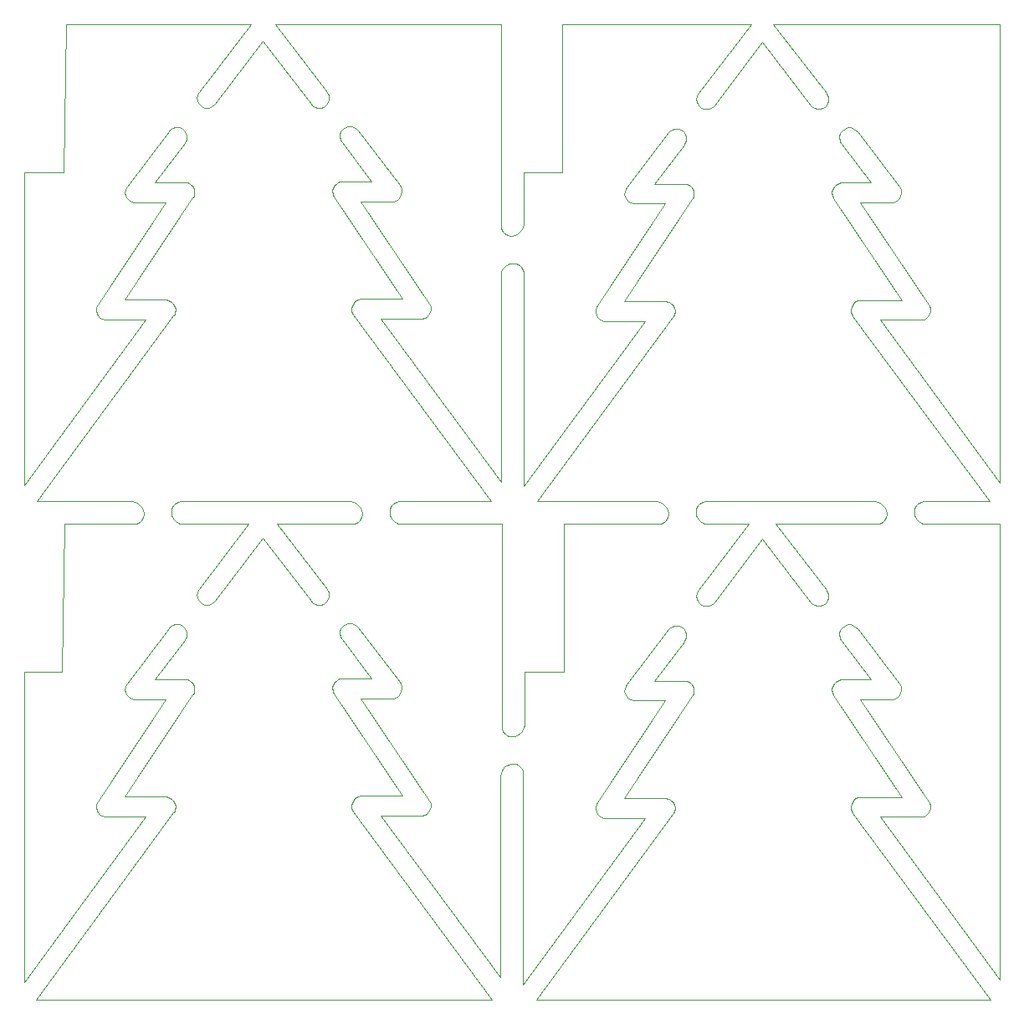
<source format=gko>
%FSTAX23Y23*%
%MOIN*%
%SFA1B1*%

%IPPOS*%
%ADD34C,0.000010*%
%LNpcb_panel_v3-1*%
%LPD*%
G54D34*
X02296Y04474D02*
X02308Y0447D01*
X02318Y04463*
X02322Y04458*
X02489Y04239*
X02492Y04234*
X02496Y04224*
X02497Y04213*
X02495Y04202D02*
X02497Y04213D01*
X0249Y04192D02*
X02495Y04202D01*
X02483Y04184D02*
X0249Y04192D01*
X02474Y04178D02*
X02483Y04184D01*
X02463Y04175D02*
X02474Y04178D01*
X02334Y04175D02*
X02463D01*
X02334D02*
X02606Y03768D01*
X02609Y03764*
X02612Y03753*
X02613Y03743*
X0261Y03732D02*
X02613Y03743D01*
X02605Y03723D02*
X0261Y03732D01*
X02598Y03715D02*
X02605Y03723D01*
X02589Y0371D02*
X02598Y03715D01*
X02578Y03707D02*
X02589Y0371D01*
X02415Y03707D02*
X02578D01*
X02415D02*
X02892Y03058D01*
Y03878*
Y03883D02*
Y03878D01*
Y03883D02*
X02894Y03893D01*
X02898Y03902*
X02904Y0391*
X02911Y03917*
X02919Y03922*
X02928Y03926*
X02938Y03928*
X02942*
X02946*
X02954Y03927*
X02961Y03924*
X02968Y03919*
X02974Y03914*
X02978Y03907*
X02981Y039*
X02982Y03892*
Y03888D02*
Y03892D01*
Y03039D02*
Y03888D01*
Y03039D02*
X03468Y03698D01*
X03304D02*
X03468D01*
X03294Y03701D02*
X03304Y03698D01*
X03285Y03706D02*
X03294Y03701D01*
X03277Y03714D02*
X03285Y03706D01*
X03272Y03723D02*
X03277Y03714D01*
X0327Y03734D02*
X03272Y03723D01*
X0327Y03734D02*
X03271Y03745D01*
X03274Y03755*
X03277Y03759*
X03548Y04166*
X0342D02*
X03548D01*
X03409Y04169D02*
X0342Y04166D01*
X034Y04175D02*
X03409Y04169D01*
X03392Y04183D02*
X034Y04175D01*
X03387Y04193D02*
X03392Y04183D01*
X03385Y04204D02*
X03387Y04193D01*
X03385Y04204D02*
X03386Y04215D01*
X0339Y04225*
X03394Y0423*
X03561Y04449*
D01*
X03564Y04454D01*
X03575Y04461*
X03586Y04465*
X03599Y04465*
X0361Y04461*
X0362Y04453*
X03628Y04443*
X03631Y04431*
Y04425D02*
Y04431D01*
Y04422D02*
Y04425D01*
X0363Y04416D02*
X03631Y04422D01*
X03628Y0441D02*
X0363Y04416D01*
X03625Y04404D02*
X03628Y0441D01*
X03623Y04401D02*
X03625Y04404D01*
X03505Y04245D02*
X03623Y04401D01*
X03505Y04245D02*
X03626D01*
X03633Y04244*
X03641Y04241*
X03647Y04236*
X03653Y04231*
X03657Y04224*
X0366Y04217*
X03661Y0421*
Y04206D02*
Y0421D01*
Y04203D02*
Y04206D01*
X0366Y04197D02*
X03661Y04203D01*
X03659Y04192D02*
X0366Y04197D01*
X03656Y04186D02*
X03659Y04192D01*
X03655Y04184D02*
X03656Y04186D01*
X03383Y03777D02*
X03655Y04184D01*
X03383Y03777D02*
X0355D01*
X03558Y03775*
X03565Y03772*
X03571Y03768*
X03577Y03762*
X03581Y03756*
X03584Y03749*
X03586Y03741*
Y03737D02*
Y03741D01*
Y03734D02*
Y03737D01*
X03585Y03728D02*
X03586Y03734D01*
X03583Y03722D02*
X03585Y03728D01*
X0358Y03716D02*
X03583Y03722D01*
X03578Y03714D02*
X0358Y03716D01*
X03037Y0298D02*
X03578Y03714D01*
X03037Y0298D02*
X03145D01*
X0351*
X03514*
X03524Y02978*
X03533Y02974*
X03541Y02968*
X03548Y02961*
X03554Y02953*
X03558Y02944*
X0356Y02934*
Y0293D02*
Y02934D01*
Y02926D02*
Y0293D01*
X03558Y02918D02*
X0356Y02926D01*
X03555Y02911D02*
X03558Y02918D01*
X03551Y02904D02*
X03555Y02911D01*
X03545Y02898D02*
X03551Y02904D01*
X03538Y02894D02*
X03545Y02898D01*
X03531Y02891D02*
X03538Y02894D01*
X03523Y0289D02*
X03531Y02891D01*
X03145Y0289D02*
X03523D01*
X03145Y023D02*
Y0289D01*
X02986Y023D02*
X03145D01*
X02986Y02093D02*
Y023D01*
Y02093D02*
Y02088D01*
X02984Y02079D02*
X02986Y02088D01*
X02981Y0207D02*
X02984Y02079D01*
X02975Y02061D02*
X02981Y0207D01*
X02968Y02055D02*
X02975Y02061D01*
X0296Y02049D02*
X02968Y02055D01*
X02951Y02045D02*
X0296Y02049D01*
X02941Y02043D02*
X02951Y02045D01*
X02936Y02043D02*
X02941D01*
X02932D02*
X02936D01*
X02925Y02045D02*
X02932Y02043D01*
X02917Y02048D02*
X02925Y02045D01*
X02911Y02052D02*
X02917Y02048D01*
X02905Y02058D02*
X02911Y02052D01*
X02901Y02064D02*
X02905Y02058D01*
X02898Y02072D02*
X02901Y02064D01*
X02896Y02079D02*
X02898Y02072D01*
X02896Y02079D02*
Y02083D01*
Y02503*
X02897*
Y0289*
X025D02*
X02897D01*
X02495D02*
X025D01*
X02485Y02891D02*
X02495Y0289D01*
X02476Y02895D02*
X02485Y02891D01*
X02468Y02901D02*
X02476Y02895D01*
X02461Y02908D02*
X02468Y02901D01*
X02455Y02916D02*
X02461Y02908D01*
X02451Y02925D02*
X02455Y02916D01*
X0245Y02935D02*
X02451Y02925D01*
X0245Y02935D02*
Y0294D01*
Y02943*
X02451Y02951*
X02454Y02958*
X02458Y02965*
X02464Y02971*
X02471Y02975*
X02478Y02978*
X02486Y0298*
X02853*
X02305Y03723D02*
X02853Y0298D01*
X02303Y03725D02*
X02305Y03723D01*
X023Y03731D02*
X02303Y03725D01*
X02298Y03737D02*
X023Y03731D01*
X02297Y03743D02*
X02298Y03737D01*
X02297Y03743D02*
Y03746D01*
Y0375*
X02299Y03758*
X02302Y03765*
X02306Y03771*
X02311Y03777*
X02318Y03781*
X02325Y03784*
X02333Y03786*
X02499*
X02228Y04193D02*
X02499Y03786D01*
X02226Y04195D02*
X02228Y04193D01*
X02224Y04201D02*
X02226Y04195D01*
X02222Y04206D02*
X02224Y04201D01*
X02221Y04212D02*
X02222Y04206D01*
X02221Y04212D02*
Y04215D01*
Y04219*
X02223Y04226*
X02226Y04233*
X0223Y0424*
X02236Y04245*
X02242Y0425*
X02249Y04253*
X02257Y04254*
X02378*
X02259Y0441D02*
X02378Y04254D01*
X02257Y04413D02*
X02259Y0441D01*
X02254Y04419D02*
X02257Y04413D01*
X02252Y04425D02*
X02254Y04419D01*
X02251Y04431D02*
X02252Y04425D01*
X02251Y04431D02*
Y04434D01*
Y0444*
X02255Y04452*
X02262Y04462*
X02272Y0447*
X02284Y04474*
X02296Y04474*
X0193Y0298D02*
X0229D01*
X02294*
X02304Y02978*
X02313Y02974*
X02321Y02968*
X02328Y02961*
X02334Y02953*
X02338Y02944*
X0234Y02934*
Y0293D02*
Y02934D01*
Y0293D02*
D01*
Y02926D02*
Y0293D01*
X02338Y02918D02*
X0234Y02926D01*
X02335Y02911D02*
X02338Y02918D01*
X02331Y02904D02*
X02335Y02911D01*
X02325Y02898D02*
X02331Y02904D01*
X02318Y02894D02*
X02325Y02898D01*
X02311Y02891D02*
X02318Y02894D01*
X02303Y0289D02*
X02311Y02891D01*
X02001Y0289D02*
X02303D01*
X02001D02*
X02199Y02631D01*
D01*
X02201Y02628D01*
X02204Y02622*
X02206Y02616*
X02207Y0261*
Y02607D02*
Y0261D01*
Y02601D02*
Y02607D01*
X02204Y02589D02*
X02207Y02601D01*
X02196Y02579D02*
X02204Y02589D01*
X02186Y02571D02*
X02196Y02579D01*
X02175Y02568D02*
X02186Y02571D01*
X02162Y02567D02*
X02175Y02568D01*
X02151Y02571D02*
X02162Y02567D01*
X0214Y02578D02*
X02151Y02571D01*
X02137Y02583D02*
X0214Y02578D01*
X01945Y02834D02*
X02137Y02583D01*
X01752D02*
X01945Y02834D01*
X01752Y02583D02*
D01*
X01749Y02579D02*
X01752Y02583D01*
X01741Y02572D02*
X01749Y02579D01*
X01731Y02568D02*
X01741Y02572D01*
X01721Y02567D02*
X01731Y02568D01*
X01711Y02568D02*
X01721Y02567D01*
X01701Y02572D02*
X01711Y02568D01*
X01693Y02579D02*
X01701Y02572D01*
X01687Y02587D02*
X01693Y02579D01*
X01683Y02596D02*
X01687Y02587D01*
X01681Y02607D02*
X01683Y02596D01*
X01681Y02607D02*
X01683Y02617D01*
X01687Y02627*
X0169Y02631*
X01888Y0289*
X0163D02*
X01888D01*
X01625D02*
X0163D01*
X01615Y02891D02*
X01625Y0289D01*
X01606Y02895D02*
X01615Y02891D01*
X01598Y02901D02*
X01606Y02895D01*
X01591Y02908D02*
X01598Y02901D01*
X01585Y02916D02*
X01591Y02908D01*
X01581Y02925D02*
X01585Y02916D01*
X0158Y02935D02*
X01581Y02925D01*
X0158Y02935D02*
Y0294D01*
Y02943D02*
Y0294D01*
Y02943D02*
X01581Y02951D01*
X01584Y02958*
X01588Y02965*
X01594Y02971*
X01601Y02975*
X01608Y02978*
X01616Y0298*
X0193*
X041D02*
X0438D01*
X04384*
X04394Y02978*
X04403Y02974*
X04411Y02968*
X04418Y02961*
X04424Y02953*
X04428Y02944*
X0443Y02934*
Y0293D02*
Y02934D01*
Y0293D02*
D01*
Y02926D02*
Y0293D01*
X04428Y02918D02*
X0443Y02926D01*
X04425Y02911D02*
X04428Y02918D01*
X04421Y02904D02*
X04425Y02911D01*
X04415Y02898D02*
X04421Y02904D01*
X04408Y02894D02*
X04415Y02898D01*
X04401Y02891D02*
X04408Y02894D01*
X04393Y0289D02*
X04401Y02891D01*
X0408Y0289D02*
X04393D01*
X03988D02*
X0408D01*
X03988D02*
X04189Y02626D01*
D01*
X04191Y02623D01*
X04194Y02617*
X04196Y02611*
X04197Y02605*
Y02602D02*
Y02605D01*
Y02596D02*
Y02602D01*
X04194Y02584D02*
X04197Y02596D01*
X04186Y02574D02*
X04194Y02584D01*
X04176Y02566D02*
X04186Y02574D01*
X04165Y02563D02*
X04176Y02566D01*
X04152Y02562D02*
X04165Y02563D01*
X04141Y02566D02*
X04152Y02562D01*
X0413Y02573D02*
X04141Y02566D01*
X04127Y02578D02*
X0413Y02573D01*
X03935Y02829D02*
X04127Y02578D01*
X03742D02*
X03935Y02829D01*
X03742Y02578D02*
D01*
X03739Y02574D02*
X03742Y02578D01*
X03731Y02567D02*
X03739Y02574D01*
X03721Y02563D02*
X03731Y02567D01*
X03711Y02562D02*
X03721Y02563D01*
X03701Y02563D02*
X03711Y02562D01*
X03691Y02567D02*
X03701Y02563D01*
X03683Y02574D02*
X03691Y02567D01*
X03677Y02582D02*
X03683Y02574D01*
X03673Y02591D02*
X03677Y02582D01*
X03671Y02602D02*
X03673Y02591D01*
X03671Y02602D02*
X03673Y02612D01*
X03677Y02622*
X0368Y02626*
X03881Y0289*
X0372D02*
X03881D01*
X03715D02*
X0372D01*
X03705Y02891D02*
X03715Y0289D01*
X03696Y02895D02*
X03705Y02891D01*
X03688Y02901D02*
X03696Y02895D01*
X03681Y02908D02*
X03688Y02901D01*
X03675Y02916D02*
X03681Y02908D01*
X03671Y02925D02*
X03675Y02916D01*
X0367Y02935D02*
X03671Y02925D01*
X0367Y02935D02*
Y0294D01*
D01*
Y02943D01*
X03671Y02951*
X03674Y02958*
X03678Y02965*
X03684Y02971*
X03691Y02975*
X03698Y02978*
X03706Y0298*
X041*
X04881Y03055D02*
Y04881D01*
X03978D02*
X04881D01*
X03978D02*
X04189Y04606D01*
D01*
X04191Y04603D01*
X04194Y04597*
X04196Y04591*
X04197Y04585*
Y04582D02*
Y04585D01*
Y04576D02*
Y04582D01*
X04194Y04564D02*
X04197Y04576D01*
X04186Y04554D02*
X04194Y04564D01*
X04176Y04546D02*
X04186Y04554D01*
X04165Y04543D02*
X04176Y04546D01*
X04152Y04542D02*
X04165Y04543D01*
X04141Y04546D02*
X04152Y04542D01*
X0413Y04553D02*
X04141Y04546D01*
X04127Y04558D02*
X0413Y04553D01*
X03935Y04809D02*
X04127Y04558D01*
X03742D02*
X03935Y04809D01*
X03742Y04558D02*
D01*
X03739Y04554D02*
X03742Y04558D01*
X03731Y04547D02*
X03739Y04554D01*
X03721Y04543D02*
X03731Y04547D01*
X03711Y04542D02*
X03721Y04543D01*
X03701Y04543D02*
X03711Y04542D01*
X03691Y04547D02*
X03701Y04543D01*
X03683Y04554D02*
X03691Y04547D01*
X03677Y04562D02*
X03683Y04554D01*
X03673Y04571D02*
X03677Y04562D01*
X03671Y04582D02*
X03673Y04571D01*
X03671Y04582D02*
X03673Y04592D01*
X03677Y04602*
X0368Y04606*
X03891Y04881*
X03138D02*
X03891D01*
X03138Y0429D02*
Y04881D01*
X02982Y0429D02*
X03138D01*
X02982Y04088D02*
Y0429D01*
Y04088D02*
Y04083D01*
X02981Y04074D02*
X02982Y04083D01*
X02977Y04064D02*
X02981Y04074D01*
X02971Y04056D02*
X02977Y04064D01*
X02964Y04049D02*
X02971Y04056D01*
X02956Y04044D02*
X02964Y04049D01*
X02947Y0404D02*
X02956Y04044D01*
X02937Y04038D02*
X02947Y0404D01*
X02932Y04038D02*
X02937D01*
X02929D02*
X02932D01*
X02921Y0404D02*
X02929Y04038D01*
X02914Y04043D02*
X02921Y0404D01*
X02907Y04047D02*
X02914Y04043D01*
X02901Y04053D02*
X02907Y04047D01*
X02897Y04059D02*
X02901Y04053D01*
X02894Y04066D02*
X02897Y04059D01*
X02892Y04074D02*
X02894Y04066D01*
X02892Y04074D02*
Y04078D01*
Y04468*
X02894*
Y04881*
X01992D02*
X02894D01*
X01992D02*
X02199Y04611D01*
D01*
X02201Y04608D01*
X02204Y04602*
X02206Y04596*
X02207Y0459*
Y04587D02*
Y0459D01*
Y04581D02*
Y04587D01*
X02204Y04569D02*
X02207Y04581D01*
X02196Y04559D02*
X02204Y04569D01*
X02186Y04551D02*
X02196Y04559D01*
X02175Y04548D02*
X02186Y04551D01*
X02162Y04547D02*
X02175Y04548D01*
X02151Y04551D02*
X02162Y04547D01*
X0214Y04558D02*
X02151Y04551D01*
X02137Y04563D02*
X0214Y04558D01*
X01945Y04814D02*
X02137Y04563D01*
X01752D02*
X01945Y04814D01*
X01752Y04563D02*
D01*
X01749Y04559D02*
X01752Y04563D01*
X01741Y04552D02*
X01749Y04559D01*
X01731Y04548D02*
X01741Y04552D01*
X01721Y04547D02*
X01731Y04548D01*
X01711Y04548D02*
X01721Y04547D01*
X01701Y04552D02*
X01711Y04548D01*
X01693Y04559D02*
X01701Y04552D01*
X01687Y04567D02*
X01693Y04559D01*
X01683Y04576D02*
X01687Y04567D01*
X01681Y04587D02*
X01683Y04576D01*
X01681Y04587D02*
X01683Y04597D01*
X01687Y04607*
X0169Y04611*
X01897Y04881*
X01159D02*
X01897D01*
X01151Y04289D02*
X01159Y04881D01*
X00994Y04289D02*
X01151D01*
X00994Y03045D02*
Y04289D01*
Y03045D02*
X01478Y03703D01*
X01314D02*
X01478D01*
X01304Y03706D02*
X01314Y03703D01*
X01295Y03711D02*
X01304Y03706D01*
X01287Y03719D02*
X01295Y03711D01*
X01282Y03728D02*
X01287Y03719D01*
X0128Y03739D02*
X01282Y03728D01*
X0128Y03739D02*
X01281Y0375D01*
X01284Y0376*
X01287Y03764*
X01558Y04171*
X0143D02*
X01558D01*
X01419Y04174D02*
X0143Y04171D01*
X0141Y0418D02*
X01419Y04174D01*
X01402Y04188D02*
X0141Y0418D01*
X01397Y04198D02*
X01402Y04188D01*
X01395Y04209D02*
X01397Y04198D01*
X01395Y04209D02*
X01396Y0422D01*
X014Y0423*
X01404Y04235*
X01571Y04454*
D01*
X01574Y04459D01*
X01585Y04466*
X01596Y0447*
X01609Y0447*
X0162Y04466*
X0163Y04458*
X01638Y04448*
X01641Y04436*
Y0443D02*
Y04436D01*
Y04427D02*
Y0443D01*
X0164Y04421D02*
X01641Y04427D01*
X01638Y04415D02*
X0164Y04421D01*
X01635Y04409D02*
X01638Y04415D01*
X01633Y04406D02*
X01635Y04409D01*
X01515Y0425D02*
X01633Y04406D01*
X01515Y0425D02*
X01636D01*
X01643Y04249*
X01651Y04246*
X01657Y04241*
X01663Y04236*
X01667Y04229*
X0167Y04222*
X01671Y04215*
Y04211D02*
Y04215D01*
Y04208D02*
Y04211D01*
X0167Y04202D02*
X01671Y04208D01*
X01669Y04197D02*
X0167Y04202D01*
X01666Y04191D02*
X01669Y04197D01*
X01665Y04189D02*
X01666Y04191D01*
X01393Y03782D02*
X01665Y04189D01*
X01393Y03782D02*
X0156D01*
X01568Y0378*
X01575Y03777*
X01581Y03773*
X01587Y03767*
X01591Y03761*
X01594Y03754*
X01596Y03746*
Y03742D02*
Y03746D01*
Y03739D02*
Y03742D01*
X01595Y03733D02*
X01596Y03739D01*
X01593Y03727D02*
X01595Y03733D01*
X0159Y03721D02*
X01593Y03727D01*
X01588Y03719D02*
X0159Y03721D01*
X01043Y0298D02*
X01588Y03719D01*
X01043Y0298D02*
X01153D01*
X0142*
X01424*
X01434Y02978*
X01443Y02974*
X01451Y02968*
X01458Y02961*
X01464Y02953*
X01468Y02944*
X0147Y02934*
Y0293D02*
Y02934D01*
Y0293D02*
D01*
Y02926D02*
Y0293D01*
X01468Y02918D02*
X0147Y02926D01*
X01465Y02911D02*
X01468Y02918D01*
X01461Y02904D02*
X01465Y02911D01*
X01455Y02898D02*
X01461Y02904D01*
X01448Y02894D02*
X01455Y02898D01*
X01441Y02891D02*
X01448Y02894D01*
X01433Y0289D02*
X01441Y02891D01*
X01152Y0289D02*
X01433D01*
X01143Y023D02*
X01152Y0289D01*
X00994Y023D02*
X01143D01*
X00994Y01065D02*
Y023D01*
Y01065D02*
X01478Y01723D01*
X01314D02*
X01478D01*
X01304Y01726D02*
X01314Y01723D01*
X01295Y01731D02*
X01304Y01726D01*
X01287Y01739D02*
X01295Y01731D01*
X01282Y01748D02*
X01287Y01739D01*
X0128Y01759D02*
X01282Y01748D01*
X0128Y01759D02*
X01281Y0177D01*
X01284Y0178*
X01287Y01784*
X01558Y02191*
X0143D02*
X01558D01*
X01419Y02194D02*
X0143Y02191D01*
X0141Y022D02*
X01419Y02194D01*
X01402Y02208D02*
X0141Y022D01*
X01397Y02218D02*
X01402Y02208D01*
X01395Y02229D02*
X01397Y02218D01*
X01395Y02229D02*
X01396Y0224D01*
X014Y0225*
X01404Y02255*
X01571Y02474*
D01*
X01574Y02479D01*
X01585Y02486*
X01596Y0249*
X01609Y0249*
X0162Y02486*
X0163Y02478*
X01638Y02468*
X01641Y02456*
Y0245D02*
Y02456D01*
Y02447D02*
Y0245D01*
X0164Y02441D02*
X01641Y02447D01*
X01638Y02435D02*
X0164Y02441D01*
X01635Y02429D02*
X01638Y02435D01*
X01633Y02426D02*
X01635Y02429D01*
X01515Y0227D02*
X01633Y02426D01*
X01515Y0227D02*
X01636D01*
X01643Y02269*
X01651Y02266*
X01657Y02261*
X01663Y02256*
X01667Y02249*
X0167Y02242*
X01671Y02235*
Y02231D02*
Y02235D01*
Y02228D02*
Y02231D01*
X0167Y02222D02*
X01671Y02228D01*
X01669Y02217D02*
X0167Y02222D01*
X01666Y02211D02*
X01669Y02217D01*
X01665Y02209D02*
X01666Y02211D01*
X01393Y01802D02*
X01665Y02209D01*
X01393Y01802D02*
X0156D01*
X01568Y018*
X01575Y01797*
X01581Y01793*
X01587Y01787*
X01591Y01781*
X01594Y01774*
X01596Y01766*
Y01762D02*
Y01766D01*
Y01759D02*
Y01762D01*
X01595Y01753D02*
X01596Y01759D01*
X01593Y01747D02*
X01595Y01753D01*
X0159Y01741D02*
X01593Y01747D01*
X01588Y01739D02*
X0159Y01741D01*
X01039Y00994D02*
X01588Y01739D01*
X01039Y00994D02*
X02857D01*
X02305Y01743D02*
X02857Y00994D01*
X02303Y01745D02*
X02305Y01743D01*
X023Y01751D02*
X02303Y01745D01*
X02298Y01757D02*
X023Y01751D01*
X02297Y01763D02*
X02298Y01757D01*
X02297Y01763D02*
Y01766D01*
Y0177*
X02299Y01778*
X02302Y01785*
X02306Y01791*
X02311Y01797*
X02318Y01801*
X02325Y01804*
X02333Y01806*
X02499*
X02228Y02213D02*
X02499Y01806D01*
X02226Y02215D02*
X02228Y02213D01*
X02224Y02221D02*
X02226Y02215D01*
X02222Y02226D02*
X02224Y02221D01*
X02221Y02232D02*
X02222Y02226D01*
X02221Y02232D02*
Y02235D01*
Y02239*
X02223Y02246*
X02226Y02253*
X0223Y0226*
X02236Y02265*
X02242Y0227*
X02249Y02273*
X02257Y02274*
X02378*
X02259Y0243D02*
X02378Y02274D01*
X02257Y02433D02*
X02259Y0243D01*
X02254Y02439D02*
X02257Y02433D01*
X02252Y02445D02*
X02254Y02439D01*
X02251Y02451D02*
X02252Y02445D01*
X02251Y02451D02*
Y02454D01*
Y0246*
X02255Y02472*
X02262Y02482*
X02272Y0249*
X02284Y02494*
X02296Y02494*
X02308Y0249*
X02318Y02483*
X02322Y02478*
X02489Y02259*
X02492Y02254*
X02496Y02244*
X02497Y02233*
X02495Y02222D02*
X02497Y02233D01*
X0249Y02212D02*
X02495Y02222D01*
X02483Y02204D02*
X0249Y02212D01*
X02474Y02198D02*
X02483Y02204D01*
X02463Y02195D02*
X02474Y02198D01*
X02334Y02195D02*
X02463D01*
X02334D02*
X02606Y01788D01*
X02609Y01784*
X02612Y01773*
X02613Y01763*
X0261Y01752D02*
X02613Y01763D01*
X02605Y01743D02*
X0261Y01752D01*
X02598Y01735D02*
X02605Y01743D01*
X02589Y0173D02*
X02598Y01735D01*
X02578Y01727D02*
X02589Y0173D01*
X02415Y01727D02*
X02578D01*
X02415D02*
X0289Y01082D01*
Y01883*
Y01888D02*
Y01883D01*
Y01888D02*
X02892Y01898D01*
X02896Y01907*
X02901Y01915*
X02908Y01922*
X02916Y01928*
X02925Y01931*
X02935Y01933*
X0294*
X02944*
X02952Y01932*
X02959Y01929*
X02966Y01924*
X02971Y01919*
X02976Y01912*
X02979Y01905*
X0298Y01897*
Y01893D02*
Y01897D01*
Y01055D02*
Y01893D01*
Y01055D02*
X03468Y01718D01*
X03304D02*
X03468D01*
X03294Y01721D02*
X03304Y01718D01*
X03285Y01726D02*
X03294Y01721D01*
X03277Y01734D02*
X03285Y01726D01*
X03272Y01743D02*
X03277Y01734D01*
X0327Y01754D02*
X03272Y01743D01*
X0327Y01754D02*
X03271Y01765D01*
X03274Y01775*
X03277Y01779*
X03548Y02186*
X0342D02*
X03548D01*
X03409Y02189D02*
X0342Y02186D01*
X034Y02195D02*
X03409Y02189D01*
X03392Y02203D02*
X034Y02195D01*
X03387Y02213D02*
X03392Y02203D01*
X03385Y02224D02*
X03387Y02213D01*
X03385Y02224D02*
X03386Y02235D01*
X0339Y02245*
X03394Y0225*
X03561Y02469*
D01*
X03564Y02474D01*
X03575Y02481*
X03586Y02485*
X03599Y02485*
X0361Y02481*
X0362Y02473*
X03628Y02463*
X03631Y02451*
Y02445D02*
Y02451D01*
Y02442D02*
Y02445D01*
X0363Y02436D02*
X03631Y02442D01*
X03628Y0243D02*
X0363Y02436D01*
X03625Y02424D02*
X03628Y0243D01*
X03623Y02421D02*
X03625Y02424D01*
X03505Y02265D02*
X03623Y02421D01*
X03505Y02265D02*
X03626D01*
X03633Y02264*
X03641Y02261*
X03647Y02256*
X03653Y02251*
X03657Y02244*
X0366Y02237*
X03661Y0223*
Y02226D02*
Y0223D01*
Y02223D02*
Y02226D01*
X0366Y02217D02*
X03661Y02223D01*
X03659Y02212D02*
X0366Y02217D01*
X03656Y02206D02*
X03659Y02212D01*
X03655Y02204D02*
X03656Y02206D01*
X03383Y01797D02*
X03655Y02204D01*
X03383Y01797D02*
X0355D01*
X03558Y01795*
X03565Y01792*
X03571Y01788*
X03577Y01782*
X03581Y01776*
X03584Y01769*
X03586Y01761*
Y01757D02*
Y01761D01*
Y01754D02*
Y01757D01*
X03585Y01748D02*
X03586Y01754D01*
X03583Y01742D02*
X03585Y01748D01*
X0358Y01736D02*
X03583Y01742D01*
X03578Y01734D02*
X0358Y01736D01*
X03032Y00994D02*
X03578Y01734D01*
X03032Y00994D02*
X04843D01*
X04295Y01738D02*
X04843Y00994D01*
X04293Y0174D02*
X04295Y01738D01*
X0429Y01746D02*
X04293Y0174D01*
X04288Y01752D02*
X0429Y01746D01*
X04287Y01758D02*
X04288Y01752D01*
X04287Y01758D02*
Y01761D01*
Y01765*
X04289Y01773*
X04292Y0178*
X04296Y01786*
X04301Y01792*
X04308Y01796*
X04315Y01799*
X04323Y01801*
X0449*
X04218Y02208D02*
X0449Y01801D01*
X04216Y0221D02*
X04218Y02208D01*
X04214Y02216D02*
X04216Y0221D01*
X04212Y02221D02*
X04214Y02216D01*
X04211Y02227D02*
X04212Y02221D01*
X04211Y02227D02*
Y0223D01*
Y02234*
X04213Y02241*
X04216Y02248*
X0422Y02255*
X04226Y0226*
X04232Y02265*
X04239Y02268*
X04247Y02269*
X04368*
X04249Y02425D02*
X04368Y02269D01*
X04247Y02428D02*
X04249Y02425D01*
X04244Y02434D02*
X04247Y02428D01*
X04242Y0244D02*
X04244Y02434D01*
X04241Y02446D02*
X04242Y0244D01*
X04241Y02446D02*
Y02449D01*
Y02455*
X04245Y02467*
X04252Y02477*
X04262Y02485*
X04274Y02489*
X04286Y02489*
X04298Y02485*
X04308Y02478*
X04312Y02473*
X04479Y02254*
X04482Y02249*
X04486Y02239*
X04487Y02228*
X04485Y02217D02*
X04487Y02228D01*
X0448Y02207D02*
X04485Y02217D01*
X04473Y02199D02*
X0448Y02207D01*
X04464Y02193D02*
X04473Y02199D01*
X04453Y0219D02*
X04464Y02193D01*
X04324Y0219D02*
X04453D01*
X04324D02*
X04596Y01783D01*
X04599Y01779*
X04602Y01768*
X04603Y01758*
X046Y01747D02*
X04603Y01758D01*
X04595Y01738D02*
X046Y01747D01*
X04588Y0173D02*
X04595Y01738D01*
X04579Y01725D02*
X04588Y0173D01*
X04568Y01722D02*
X04579Y01725D01*
X04405Y01722D02*
X04568D01*
X04405D02*
X04881Y01075D01*
Y0289*
X0459D02*
X04881D01*
X04585D02*
X0459D01*
X04575Y02891D02*
X04585Y0289D01*
X04566Y02895D02*
X04575Y02891D01*
X04558Y02901D02*
X04566Y02895D01*
X04551Y02908D02*
X04558Y02901D01*
X04545Y02916D02*
X04551Y02908D01*
X04541Y02925D02*
X04545Y02916D01*
X0454Y02935D02*
X04541Y02925D01*
X0454Y02935D02*
Y0294D01*
Y02943D02*
Y0294D01*
Y02943D02*
X04541Y02951D01*
X04544Y02958*
X04548Y02965*
X04554Y02971*
X04561Y02975*
X04568Y02978*
X04576Y0298*
X04839*
X04295Y03718D02*
X04839Y0298D01*
X04293Y0372D02*
X04295Y03718D01*
X0429Y03726D02*
X04293Y0372D01*
X04288Y03732D02*
X0429Y03726D01*
X04287Y03738D02*
X04288Y03732D01*
X04287Y03738D02*
Y03741D01*
Y03745*
X04289Y03753*
X04292Y0376*
X04296Y03766*
X04301Y03772*
X04308Y03776*
X04315Y03779*
X04323Y03781*
X0449*
X04218Y04188D02*
X0449Y03781D01*
X04216Y0419D02*
X04218Y04188D01*
X04214Y04196D02*
X04216Y0419D01*
X04212Y04201D02*
X04214Y04196D01*
X04211Y04207D02*
X04212Y04201D01*
X04211Y04207D02*
Y0421D01*
Y04214*
X04213Y04221*
X04216Y04228*
X0422Y04235*
X04226Y0424*
X04232Y04245*
X04239Y04248*
X04247Y04249*
X04368*
X04249Y04405D02*
X04368Y04249D01*
X04247Y04408D02*
X04249Y04405D01*
X04244Y04414D02*
X04247Y04408D01*
X04242Y0442D02*
X04244Y04414D01*
X04241Y04426D02*
X04242Y0442D01*
X04241Y04426D02*
Y04429D01*
Y04435*
X04245Y04447*
X04252Y04457*
X04262Y04465*
X04274Y04469*
X04286Y04469*
X04298Y04465*
X04308Y04458*
X04312Y04453*
X04479Y04234*
X04482Y04229*
X04486Y04219*
X04487Y04208*
X04485Y04197D02*
X04487Y04208D01*
X0448Y04187D02*
X04485Y04197D01*
X04473Y04179D02*
X0448Y04187D01*
X04464Y04173D02*
X04473Y04179D01*
X04453Y0417D02*
X04464Y04173D01*
X04324Y0417D02*
X04453D01*
X04324D02*
X04596Y03763D01*
X04599Y03759*
X04602Y03748*
X04603Y03738*
X046Y03727D02*
X04603Y03738D01*
X04595Y03718D02*
X046Y03727D01*
X04588Y0371D02*
X04595Y03718D01*
X04579Y03705D02*
X04588Y0371D01*
X04568Y03702D02*
X04579Y03705D01*
X04405Y03702D02*
X04568D01*
X04405D02*
X04881Y03055D01*
M02*
</source>
